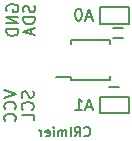
<source format=gbo>
%TF.GenerationSoftware,KiCad,Pcbnew,4.0.4-stable*%
%TF.CreationDate,2017-03-14T02:34:00+02:00*%
%TF.ProjectId,ltc2990_sensor,6C7463323939305F73656E736F722E6B,rev?*%
%TF.FileFunction,Legend,Bot*%
%FSLAX46Y46*%
G04 Gerber Fmt 4.6, Leading zero omitted, Abs format (unit mm)*
G04 Created by KiCad (PCBNEW 4.0.4-stable) date 03/14/17 02:34:00*
%MOMM*%
%LPD*%
G01*
G04 APERTURE LIST*
%ADD10C,0.100000*%
%ADD11C,0.200000*%
%ADD12C,0.150000*%
G04 APERTURE END LIST*
D10*
D11*
X166757142Y-121985714D02*
X166795237Y-122023810D01*
X166909523Y-122061905D01*
X166985713Y-122061905D01*
X167099999Y-122023810D01*
X167176190Y-121947619D01*
X167214285Y-121871429D01*
X167252380Y-121719048D01*
X167252380Y-121604762D01*
X167214285Y-121452381D01*
X167176190Y-121376190D01*
X167099999Y-121300000D01*
X166985713Y-121261905D01*
X166909523Y-121261905D01*
X166795237Y-121300000D01*
X166757142Y-121338095D01*
X165957142Y-122061905D02*
X166223809Y-121680952D01*
X166414285Y-122061905D02*
X166414285Y-121261905D01*
X166109523Y-121261905D01*
X166033332Y-121300000D01*
X165995237Y-121338095D01*
X165957142Y-121414286D01*
X165957142Y-121528571D01*
X165995237Y-121604762D01*
X166033332Y-121642857D01*
X166109523Y-121680952D01*
X166414285Y-121680952D01*
X165614285Y-122061905D02*
X165614285Y-121261905D01*
X165233333Y-122061905D02*
X165233333Y-121528571D01*
X165233333Y-121604762D02*
X165195238Y-121566667D01*
X165119047Y-121528571D01*
X165004761Y-121528571D01*
X164928571Y-121566667D01*
X164890476Y-121642857D01*
X164890476Y-122061905D01*
X164890476Y-121642857D02*
X164852380Y-121566667D01*
X164776190Y-121528571D01*
X164661904Y-121528571D01*
X164585714Y-121566667D01*
X164547619Y-121642857D01*
X164547619Y-122061905D01*
X164166666Y-122061905D02*
X164166666Y-121528571D01*
X164166666Y-121261905D02*
X164204761Y-121300000D01*
X164166666Y-121338095D01*
X164128571Y-121300000D01*
X164166666Y-121261905D01*
X164166666Y-121338095D01*
X163480952Y-122023810D02*
X163557142Y-122061905D01*
X163709523Y-122061905D01*
X163785714Y-122023810D01*
X163823809Y-121947619D01*
X163823809Y-121642857D01*
X163785714Y-121566667D01*
X163709523Y-121528571D01*
X163557142Y-121528571D01*
X163480952Y-121566667D01*
X163442857Y-121642857D01*
X163442857Y-121719048D01*
X163823809Y-121795238D01*
X163100000Y-122061905D02*
X163100000Y-121528571D01*
X163100000Y-121680952D02*
X163061905Y-121604762D01*
X163023809Y-121566667D01*
X162947619Y-121528571D01*
X162871428Y-121528571D01*
D12*
X168100000Y-120100000D02*
X170500000Y-120100000D01*
X168100000Y-118700000D02*
X168100000Y-120100000D01*
X170500000Y-118700000D02*
X168100000Y-118700000D01*
X170500000Y-120100000D02*
X170500000Y-118700000D01*
X170491000Y-111100000D02*
X168091000Y-111100000D01*
X170491000Y-112500000D02*
X170491000Y-111100000D01*
X168091000Y-112500000D02*
X170491000Y-112500000D01*
X168091000Y-111100000D02*
X168091000Y-112500000D01*
X165609400Y-117270400D02*
X165609400Y-117045400D01*
X168959400Y-117270400D02*
X168959400Y-116970400D01*
X168959400Y-113920400D02*
X168959400Y-114220400D01*
X165609400Y-113920400D02*
X165609400Y-114220400D01*
X165609400Y-117270400D02*
X168959400Y-117270400D01*
X165609400Y-113920400D02*
X168959400Y-113920400D01*
X165609400Y-117045400D02*
X164384400Y-117045400D01*
X168852200Y-118687800D02*
X169652200Y-118687800D01*
X169652200Y-117887800D02*
X168852200Y-117887800D01*
X169200000Y-113700000D02*
X170000000Y-113700000D01*
X170000000Y-112900000D02*
X169200000Y-112900000D01*
X167401786Y-119566667D02*
X166925595Y-119566667D01*
X167497024Y-119852381D02*
X167163691Y-118852381D01*
X166830357Y-119852381D01*
X165973214Y-119852381D02*
X166544643Y-119852381D01*
X166258929Y-119852381D02*
X166258929Y-118852381D01*
X166354167Y-118995238D01*
X166449405Y-119090476D01*
X166544643Y-119138095D01*
X167405286Y-111966667D02*
X166929095Y-111966667D01*
X167500524Y-112252381D02*
X167167191Y-111252381D01*
X166833857Y-112252381D01*
X166310048Y-111252381D02*
X166214809Y-111252381D01*
X166119571Y-111300000D01*
X166071952Y-111347619D01*
X166024333Y-111442857D01*
X165976714Y-111633333D01*
X165976714Y-111871429D01*
X166024333Y-112061905D01*
X166071952Y-112157143D01*
X166119571Y-112204762D01*
X166214809Y-112252381D01*
X166310048Y-112252381D01*
X166405286Y-112204762D01*
X166452905Y-112157143D01*
X166500524Y-112061905D01*
X166548143Y-111871429D01*
X166548143Y-111633333D01*
X166500524Y-111442857D01*
X166452905Y-111347619D01*
X166405286Y-111300000D01*
X166310048Y-111252381D01*
X162404762Y-118209524D02*
X162452381Y-118352381D01*
X162452381Y-118590477D01*
X162404762Y-118685715D01*
X162357143Y-118733334D01*
X162261905Y-118780953D01*
X162166667Y-118780953D01*
X162071429Y-118733334D01*
X162023810Y-118685715D01*
X161976190Y-118590477D01*
X161928571Y-118400000D01*
X161880952Y-118304762D01*
X161833333Y-118257143D01*
X161738095Y-118209524D01*
X161642857Y-118209524D01*
X161547619Y-118257143D01*
X161500000Y-118304762D01*
X161452381Y-118400000D01*
X161452381Y-118638096D01*
X161500000Y-118780953D01*
X162357143Y-119780953D02*
X162404762Y-119733334D01*
X162452381Y-119590477D01*
X162452381Y-119495239D01*
X162404762Y-119352381D01*
X162309524Y-119257143D01*
X162214286Y-119209524D01*
X162023810Y-119161905D01*
X161880952Y-119161905D01*
X161690476Y-119209524D01*
X161595238Y-119257143D01*
X161500000Y-119352381D01*
X161452381Y-119495239D01*
X161452381Y-119590477D01*
X161500000Y-119733334D01*
X161547619Y-119780953D01*
X162452381Y-120685715D02*
X162452381Y-120209524D01*
X161452381Y-120209524D01*
X162504762Y-110985714D02*
X162552381Y-111128571D01*
X162552381Y-111366667D01*
X162504762Y-111461905D01*
X162457143Y-111509524D01*
X162361905Y-111557143D01*
X162266667Y-111557143D01*
X162171429Y-111509524D01*
X162123810Y-111461905D01*
X162076190Y-111366667D01*
X162028571Y-111176190D01*
X161980952Y-111080952D01*
X161933333Y-111033333D01*
X161838095Y-110985714D01*
X161742857Y-110985714D01*
X161647619Y-111033333D01*
X161600000Y-111080952D01*
X161552381Y-111176190D01*
X161552381Y-111414286D01*
X161600000Y-111557143D01*
X162552381Y-111985714D02*
X161552381Y-111985714D01*
X161552381Y-112223809D01*
X161600000Y-112366667D01*
X161695238Y-112461905D01*
X161790476Y-112509524D01*
X161980952Y-112557143D01*
X162123810Y-112557143D01*
X162314286Y-112509524D01*
X162409524Y-112461905D01*
X162504762Y-112366667D01*
X162552381Y-112223809D01*
X162552381Y-111985714D01*
X162266667Y-112938095D02*
X162266667Y-113414286D01*
X162552381Y-112842857D02*
X161552381Y-113176190D01*
X162552381Y-113509524D01*
X159952381Y-118166667D02*
X160952381Y-118500000D01*
X159952381Y-118833334D01*
X160857143Y-119738096D02*
X160904762Y-119690477D01*
X160952381Y-119547620D01*
X160952381Y-119452382D01*
X160904762Y-119309524D01*
X160809524Y-119214286D01*
X160714286Y-119166667D01*
X160523810Y-119119048D01*
X160380952Y-119119048D01*
X160190476Y-119166667D01*
X160095238Y-119214286D01*
X160000000Y-119309524D01*
X159952381Y-119452382D01*
X159952381Y-119547620D01*
X160000000Y-119690477D01*
X160047619Y-119738096D01*
X160857143Y-120738096D02*
X160904762Y-120690477D01*
X160952381Y-120547620D01*
X160952381Y-120452382D01*
X160904762Y-120309524D01*
X160809524Y-120214286D01*
X160714286Y-120166667D01*
X160523810Y-120119048D01*
X160380952Y-120119048D01*
X160190476Y-120166667D01*
X160095238Y-120214286D01*
X160000000Y-120309524D01*
X159952381Y-120452382D01*
X159952381Y-120547620D01*
X160000000Y-120690477D01*
X160047619Y-120738096D01*
X160200000Y-111438096D02*
X160152381Y-111342858D01*
X160152381Y-111200001D01*
X160200000Y-111057143D01*
X160295238Y-110961905D01*
X160390476Y-110914286D01*
X160580952Y-110866667D01*
X160723810Y-110866667D01*
X160914286Y-110914286D01*
X161009524Y-110961905D01*
X161104762Y-111057143D01*
X161152381Y-111200001D01*
X161152381Y-111295239D01*
X161104762Y-111438096D01*
X161057143Y-111485715D01*
X160723810Y-111485715D01*
X160723810Y-111295239D01*
X161152381Y-111914286D02*
X160152381Y-111914286D01*
X161152381Y-112485715D01*
X160152381Y-112485715D01*
X161152381Y-112961905D02*
X160152381Y-112961905D01*
X160152381Y-113200000D01*
X160200000Y-113342858D01*
X160295238Y-113438096D01*
X160390476Y-113485715D01*
X160580952Y-113533334D01*
X160723810Y-113533334D01*
X160914286Y-113485715D01*
X161009524Y-113438096D01*
X161104762Y-113342858D01*
X161152381Y-113200000D01*
X161152381Y-112961905D01*
M02*

</source>
